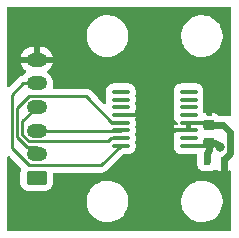
<source format=gbr>
%TF.GenerationSoftware,KiCad,Pcbnew,(6.0.9)*%
%TF.CreationDate,2023-01-09T21:32:37-09:00*%
%TF.ProjectId,ABSIS_Hall_Sensor,41425349-535f-4486-916c-6c5f53656e73,rev?*%
%TF.SameCoordinates,Original*%
%TF.FileFunction,Copper,L1,Top*%
%TF.FilePolarity,Positive*%
%FSLAX46Y46*%
G04 Gerber Fmt 4.6, Leading zero omitted, Abs format (unit mm)*
G04 Created by KiCad (PCBNEW (6.0.9)) date 2023-01-09 21:32:37*
%MOMM*%
%LPD*%
G01*
G04 APERTURE LIST*
G04 Aperture macros list*
%AMRoundRect*
0 Rectangle with rounded corners*
0 $1 Rounding radius*
0 $2 $3 $4 $5 $6 $7 $8 $9 X,Y pos of 4 corners*
0 Add a 4 corners polygon primitive as box body*
4,1,4,$2,$3,$4,$5,$6,$7,$8,$9,$2,$3,0*
0 Add four circle primitives for the rounded corners*
1,1,$1+$1,$2,$3*
1,1,$1+$1,$4,$5*
1,1,$1+$1,$6,$7*
1,1,$1+$1,$8,$9*
0 Add four rect primitives between the rounded corners*
20,1,$1+$1,$2,$3,$4,$5,0*
20,1,$1+$1,$4,$5,$6,$7,0*
20,1,$1+$1,$6,$7,$8,$9,0*
20,1,$1+$1,$8,$9,$2,$3,0*%
G04 Aperture macros list end*
%TA.AperFunction,ComponentPad*%
%ADD10O,1.750000X1.200000*%
%TD*%
%TA.AperFunction,ComponentPad*%
%ADD11RoundRect,0.249999X0.625001X-0.350001X0.625001X0.350001X-0.625001X0.350001X-0.625001X-0.350001X0*%
%TD*%
%TA.AperFunction,SMDPad,CuDef*%
%ADD12RoundRect,0.100000X-0.637500X-0.100000X0.637500X-0.100000X0.637500X0.100000X-0.637500X0.100000X0*%
%TD*%
%TA.AperFunction,SMDPad,CuDef*%
%ADD13R,0.600000X0.700000*%
%TD*%
%TA.AperFunction,SMDPad,CuDef*%
%ADD14RoundRect,0.225000X0.250000X-0.225000X0.250000X0.225000X-0.250000X0.225000X-0.250000X-0.225000X0*%
%TD*%
%TA.AperFunction,ViaPad*%
%ADD15C,0.800000*%
%TD*%
%TA.AperFunction,Conductor*%
%ADD16C,0.609600*%
%TD*%
%TA.AperFunction,Conductor*%
%ADD17C,0.304800*%
%TD*%
%TA.AperFunction,Conductor*%
%ADD18C,0.250000*%
%TD*%
G04 APERTURE END LIST*
D10*
%TO.P,J1,6*%
%TO.N,GND*%
X3000000Y-5000000D03*
%TO.P,J1,5*%
%TO.N,/CSN*%
X3000000Y-7000000D03*
%TO.P,J1,4*%
%TO.N,/SCK*%
X3000000Y-9000000D03*
%TO.P,J1,3*%
%TO.N,/MOSI*%
X3000000Y-11000000D03*
%TO.P,J1,2*%
%TO.N,/MISO*%
X3000000Y-13000000D03*
D11*
%TO.P,J1,1*%
%TO.N,+5V*%
X3000000Y-15000000D03*
%TD*%
D12*
%TO.P,U1,16*%
%TO.N,Net-(U1-Pad16)*%
X15862500Y-7725000D03*
%TO.P,U1,15*%
%TO.N,Net-(U1-Pad15)*%
X15862500Y-8375000D03*
%TO.P,U1,14*%
%TO.N,Net-(U1-Pad14)*%
X15862500Y-9025000D03*
%TO.P,U1,13*%
%TO.N,Net-(U1-Pad13)*%
X15862500Y-9675000D03*
%TO.P,U1,12*%
%TO.N,GND*%
X15862500Y-10325000D03*
%TO.P,U1,11*%
X15862500Y-10975000D03*
%TO.P,U1,10*%
%TO.N,Net-(U1-Pad10)*%
X15862500Y-11625000D03*
%TO.P,U1,9*%
%TO.N,+5V*%
X15862500Y-12275000D03*
%TO.P,U1,8*%
%TO.N,/CSN*%
X10137500Y-12275000D03*
%TO.P,U1,7*%
%TO.N,/SCK*%
X10137500Y-11625000D03*
%TO.P,U1,6*%
%TO.N,/MOSI*%
X10137500Y-10975000D03*
%TO.P,U1,5*%
%TO.N,/MISO*%
X10137500Y-10325000D03*
%TO.P,U1,4*%
%TO.N,GND*%
X10137500Y-9675000D03*
%TO.P,U1,3*%
%TO.N,Net-(U1-Pad3)*%
X10137500Y-9025000D03*
%TO.P,U1,2*%
%TO.N,Net-(U1-Pad2)*%
X10137500Y-8375000D03*
%TO.P,U1,1*%
%TO.N,Net-(U1-Pad1)*%
X10137500Y-7725000D03*
%TD*%
D13*
%TO.P,D1,1*%
%TO.N,+5V*%
X17428000Y-13556000D03*
%TO.P,D1,2*%
%TO.N,GND*%
X18828000Y-13556000D03*
%TD*%
D14*
%TO.P,C1,2*%
%TO.N,GND*%
X17620000Y-10495000D03*
%TO.P,C1,1*%
%TO.N,+5V*%
X17620000Y-12045000D03*
%TD*%
D15*
%TO.N,+5V*%
X18493190Y-12413000D03*
%TD*%
D16*
%TO.N,GND*%
X18828000Y-13556000D02*
X18828000Y-13491000D01*
X18828000Y-13491000D02*
X19398000Y-12921000D01*
X19398000Y-12921000D02*
X19398000Y-11143000D01*
X18750000Y-10495000D02*
X17620000Y-10495000D01*
X19398000Y-11143000D02*
X18750000Y-10495000D01*
D17*
X17450000Y-10325000D02*
X17620000Y-10495000D01*
X15862500Y-10325000D02*
X17450000Y-10325000D01*
X15862500Y-10975000D02*
X14359000Y-10975000D01*
X10137500Y-9675000D02*
X11722000Y-9675000D01*
D16*
X18828000Y-13556000D02*
X18828000Y-14761000D01*
%TO.N,+5V*%
X17428000Y-13556000D02*
X17428000Y-12859000D01*
X17620000Y-12667000D02*
X17620000Y-12045000D01*
X17428000Y-12859000D02*
X17620000Y-12667000D01*
X17620000Y-12045000D02*
X18125190Y-12045000D01*
X18125190Y-12045000D02*
X18493190Y-12413000D01*
D17*
X17390000Y-12275000D02*
X15862500Y-12275000D01*
X17620000Y-12045000D02*
X17390000Y-12275000D01*
D18*
%TO.N,/CSN*%
X8487490Y-13925010D02*
X10137500Y-12275000D01*
X899968Y-12483129D02*
X2341849Y-13925010D01*
X2341849Y-13925010D02*
X8487490Y-13925010D01*
X899968Y-7975032D02*
X899968Y-12483129D01*
X1875000Y-7000000D02*
X899968Y-7975032D01*
X3000000Y-7000000D02*
X1875000Y-7000000D01*
%TO.N,/SCK*%
X9028579Y-11925010D02*
X9328589Y-11625000D01*
X3000000Y-9000000D02*
X1799990Y-10200010D01*
X1799990Y-10200010D02*
X1799990Y-11383151D01*
X1799990Y-11383151D02*
X2341849Y-11925010D01*
X2341849Y-11925010D02*
X9028579Y-11925010D01*
X9328589Y-11625000D02*
X10137500Y-11625000D01*
%TO.N,/MOSI*%
X10112500Y-11000000D02*
X10137500Y-10975000D01*
X3000000Y-11000000D02*
X10112500Y-11000000D01*
%TO.N,/MISO*%
X7149990Y-8074990D02*
X9400000Y-10325000D01*
X2341849Y-8074990D02*
X7149990Y-8074990D01*
X9400000Y-10325000D02*
X10137500Y-10325000D01*
X1349979Y-9066860D02*
X2341849Y-8074990D01*
X1349979Y-11569551D02*
X1349979Y-9066860D01*
X2155449Y-12375021D02*
X1349979Y-11569551D01*
X3000000Y-12375021D02*
X2155449Y-12375021D01*
X3000000Y-13000000D02*
X3000000Y-12375021D01*
%TD*%
%TA.AperFunction,Conductor*%
%TO.N,GND*%
G36*
X19433621Y-528502D02*
G01*
X19480114Y-582158D01*
X19491500Y-634500D01*
X19491500Y-9620000D01*
X19471498Y-9688121D01*
X19417842Y-9734614D01*
X19365500Y-9746000D01*
X18434771Y-9746000D01*
X18366650Y-9725998D01*
X18345753Y-9709173D01*
X18332571Y-9696014D01*
X18321160Y-9687002D01*
X18188120Y-9604996D01*
X18174939Y-9598849D01*
X18026186Y-9549509D01*
X18012810Y-9546642D01*
X17921903Y-9537328D01*
X17915486Y-9537000D01*
X17892115Y-9537000D01*
X17876876Y-9541475D01*
X17875671Y-9542865D01*
X17874000Y-9550548D01*
X17874000Y-9620000D01*
X17853998Y-9688121D01*
X17800342Y-9734614D01*
X17748000Y-9746000D01*
X17492000Y-9746000D01*
X17423879Y-9725998D01*
X17377386Y-9672342D01*
X17366000Y-9620000D01*
X17366000Y-9555115D01*
X17361525Y-9539876D01*
X17360135Y-9538671D01*
X17352452Y-9537000D01*
X17324562Y-9537000D01*
X17318045Y-9537337D01*
X17233538Y-9546106D01*
X17163717Y-9533242D01*
X17111935Y-9484671D01*
X17095612Y-9437223D01*
X17093916Y-9424338D01*
X17093916Y-9424337D01*
X17092838Y-9416150D01*
X17085411Y-9398219D01*
X17077821Y-9327630D01*
X17085411Y-9301780D01*
X17089678Y-9291480D01*
X17089679Y-9291477D01*
X17092838Y-9283850D01*
X17108500Y-9164885D01*
X17108499Y-8885116D01*
X17102956Y-8843005D01*
X17093916Y-8774337D01*
X17093916Y-8774335D01*
X17092838Y-8766150D01*
X17085411Y-8748219D01*
X17077821Y-8677630D01*
X17085411Y-8651780D01*
X17089678Y-8641480D01*
X17089679Y-8641477D01*
X17092838Y-8633850D01*
X17108500Y-8514885D01*
X17108499Y-8235116D01*
X17092838Y-8116150D01*
X17085411Y-8098219D01*
X17077821Y-8027630D01*
X17085411Y-8001780D01*
X17089678Y-7991480D01*
X17089679Y-7991477D01*
X17092838Y-7983850D01*
X17108500Y-7864885D01*
X17108499Y-7585116D01*
X17103698Y-7548642D01*
X17093916Y-7474337D01*
X17093916Y-7474335D01*
X17092838Y-7466150D01*
X17031524Y-7318124D01*
X16973045Y-7241914D01*
X16939014Y-7197564D01*
X16939013Y-7197563D01*
X16933987Y-7191013D01*
X16927436Y-7185986D01*
X16927434Y-7185984D01*
X16870431Y-7142245D01*
X16806875Y-7093476D01*
X16658850Y-7032162D01*
X16650662Y-7031084D01*
X16543972Y-7017038D01*
X16543971Y-7017038D01*
X16539885Y-7016500D01*
X15862583Y-7016500D01*
X15185116Y-7016501D01*
X15181031Y-7017039D01*
X15181027Y-7017039D01*
X15074337Y-7031084D01*
X15074335Y-7031084D01*
X15066150Y-7032162D01*
X15012472Y-7054396D01*
X14925752Y-7090316D01*
X14925750Y-7090317D01*
X14918124Y-7093476D01*
X14791013Y-7191013D01*
X14785987Y-7197563D01*
X14785984Y-7197566D01*
X14751955Y-7241914D01*
X14693476Y-7318125D01*
X14632162Y-7466150D01*
X14616500Y-7585115D01*
X14616501Y-7864884D01*
X14632162Y-7983850D01*
X14639589Y-8001780D01*
X14647179Y-8072370D01*
X14639589Y-8098220D01*
X14635322Y-8108520D01*
X14635321Y-8108523D01*
X14632162Y-8116150D01*
X14616500Y-8235115D01*
X14616501Y-8514884D01*
X14632162Y-8633850D01*
X14639589Y-8651780D01*
X14647179Y-8722370D01*
X14639589Y-8748220D01*
X14635322Y-8758520D01*
X14635321Y-8758523D01*
X14632162Y-8766150D01*
X14616500Y-8885115D01*
X14616501Y-9164884D01*
X14617039Y-9168969D01*
X14617039Y-9168973D01*
X14629513Y-9263729D01*
X14632162Y-9283850D01*
X14639589Y-9301780D01*
X14647179Y-9372370D01*
X14639589Y-9398220D01*
X14635322Y-9408520D01*
X14635321Y-9408523D01*
X14632162Y-9416150D01*
X14616500Y-9535115D01*
X14616501Y-9814884D01*
X14617039Y-9818969D01*
X14617039Y-9818973D01*
X14629902Y-9916686D01*
X14632162Y-9933850D01*
X14635322Y-9941478D01*
X14639860Y-9952434D01*
X14647450Y-10023023D01*
X14639860Y-10048874D01*
X14635811Y-10058649D01*
X14631572Y-10074469D01*
X14627284Y-10107040D01*
X14629495Y-10121222D01*
X14642652Y-10125000D01*
X14664431Y-10125000D01*
X14732552Y-10145002D01*
X14764391Y-10174294D01*
X14791013Y-10208987D01*
X14797563Y-10214013D01*
X14908369Y-10299038D01*
X14950236Y-10356376D01*
X14954458Y-10427247D01*
X14919694Y-10489150D01*
X14856981Y-10522431D01*
X14831665Y-10525000D01*
X14643035Y-10525000D01*
X14629264Y-10529044D01*
X14627235Y-10542583D01*
X14631572Y-10575533D01*
X14635809Y-10591345D01*
X14640131Y-10601779D01*
X14647722Y-10672369D01*
X14640131Y-10698221D01*
X14635810Y-10708652D01*
X14631572Y-10724469D01*
X14627284Y-10757040D01*
X14629495Y-10771222D01*
X14642652Y-10775000D01*
X14831663Y-10775000D01*
X14899784Y-10795002D01*
X14946277Y-10848658D01*
X14956381Y-10918932D01*
X14926887Y-10983512D01*
X14908368Y-11000962D01*
X14791013Y-11091013D01*
X14785987Y-11097563D01*
X14764393Y-11125705D01*
X14707054Y-11167572D01*
X14664431Y-11175000D01*
X14643035Y-11175000D01*
X14629264Y-11179044D01*
X14627235Y-11192583D01*
X14631572Y-11225533D01*
X14635810Y-11241348D01*
X14639860Y-11251126D01*
X14647450Y-11321715D01*
X14639861Y-11347564D01*
X14632162Y-11366150D01*
X14616500Y-11485115D01*
X14616501Y-11764884D01*
X14632162Y-11883850D01*
X14639589Y-11901780D01*
X14647179Y-11972370D01*
X14639589Y-11998220D01*
X14635322Y-12008520D01*
X14635321Y-12008523D01*
X14632162Y-12016150D01*
X14616500Y-12135115D01*
X14616501Y-12414884D01*
X14632162Y-12533850D01*
X14693476Y-12681876D01*
X14698502Y-12688426D01*
X14785985Y-12802434D01*
X14791013Y-12808987D01*
X14797563Y-12814013D01*
X14797566Y-12814016D01*
X14835471Y-12843101D01*
X14918125Y-12906524D01*
X15066150Y-12967838D01*
X15074338Y-12968916D01*
X15181021Y-12982961D01*
X15185115Y-12983500D01*
X15286087Y-12983500D01*
X16488700Y-12983499D01*
X16556821Y-13003501D01*
X16603314Y-13057157D01*
X16614700Y-13109499D01*
X16614700Y-13601877D01*
X16615093Y-13605377D01*
X16618715Y-13637672D01*
X16619500Y-13651717D01*
X16619500Y-13954134D01*
X16626255Y-14016316D01*
X16677385Y-14152705D01*
X16764739Y-14269261D01*
X16881295Y-14356615D01*
X17017684Y-14407745D01*
X17079866Y-14414500D01*
X17776134Y-14414500D01*
X17838316Y-14407745D01*
X17974705Y-14356615D01*
X17992641Y-14343173D01*
X18059144Y-14318326D01*
X18068204Y-14318000D01*
X18188630Y-14318000D01*
X18256751Y-14338002D01*
X18264196Y-14343174D01*
X18274356Y-14350788D01*
X18289946Y-14359324D01*
X18410394Y-14404478D01*
X18425649Y-14408105D01*
X18476514Y-14413631D01*
X18483328Y-14414000D01*
X18555885Y-14414000D01*
X18571124Y-14409525D01*
X18580397Y-14398824D01*
X18604378Y-14354905D01*
X18666690Y-14320880D01*
X18693474Y-14318000D01*
X18964809Y-14318000D01*
X19032930Y-14338002D01*
X19079423Y-14391658D01*
X19085705Y-14408502D01*
X19086475Y-14411123D01*
X19087865Y-14412328D01*
X19095548Y-14413999D01*
X19172669Y-14413999D01*
X19179490Y-14413629D01*
X19230352Y-14408105D01*
X19245604Y-14404479D01*
X19321270Y-14376113D01*
X19392078Y-14370930D01*
X19454447Y-14404851D01*
X19488576Y-14467106D01*
X19491500Y-14494095D01*
X19491500Y-19365500D01*
X19471498Y-19433621D01*
X19417842Y-19480114D01*
X19365500Y-19491500D01*
X634500Y-19491500D01*
X566379Y-19471498D01*
X519886Y-19417842D01*
X508500Y-19365500D01*
X508500Y-17107655D01*
X7239858Y-17107655D01*
X7275104Y-17366638D01*
X7276412Y-17371124D01*
X7276412Y-17371126D01*
X7296098Y-17438664D01*
X7348243Y-17617567D01*
X7457668Y-17854928D01*
X7460231Y-17858837D01*
X7598410Y-18069596D01*
X7598414Y-18069601D01*
X7600976Y-18073509D01*
X7775018Y-18268506D01*
X7975970Y-18435637D01*
X7979973Y-18438066D01*
X8195422Y-18568804D01*
X8195426Y-18568806D01*
X8199419Y-18571229D01*
X8440455Y-18672303D01*
X8693783Y-18736641D01*
X8698434Y-18737109D01*
X8698438Y-18737110D01*
X8891308Y-18756531D01*
X8910867Y-18758500D01*
X9066354Y-18758500D01*
X9068679Y-18758327D01*
X9068685Y-18758327D01*
X9256000Y-18744407D01*
X9256004Y-18744406D01*
X9260652Y-18744061D01*
X9265200Y-18743032D01*
X9265206Y-18743031D01*
X9451601Y-18700853D01*
X9515577Y-18686377D01*
X9551769Y-18672303D01*
X9754824Y-18593340D01*
X9754827Y-18593339D01*
X9759177Y-18591647D01*
X9986098Y-18461951D01*
X10191357Y-18300138D01*
X10370443Y-18109763D01*
X10519424Y-17895009D01*
X10635025Y-17660593D01*
X10714707Y-17411665D01*
X10756721Y-17153693D01*
X10757324Y-17107655D01*
X15239858Y-17107655D01*
X15275104Y-17366638D01*
X15276412Y-17371124D01*
X15276412Y-17371126D01*
X15296098Y-17438664D01*
X15348243Y-17617567D01*
X15457668Y-17854928D01*
X15460231Y-17858837D01*
X15598410Y-18069596D01*
X15598414Y-18069601D01*
X15600976Y-18073509D01*
X15775018Y-18268506D01*
X15975970Y-18435637D01*
X15979973Y-18438066D01*
X16195422Y-18568804D01*
X16195426Y-18568806D01*
X16199419Y-18571229D01*
X16440455Y-18672303D01*
X16693783Y-18736641D01*
X16698434Y-18737109D01*
X16698438Y-18737110D01*
X16891308Y-18756531D01*
X16910867Y-18758500D01*
X17066354Y-18758500D01*
X17068679Y-18758327D01*
X17068685Y-18758327D01*
X17256000Y-18744407D01*
X17256004Y-18744406D01*
X17260652Y-18744061D01*
X17265200Y-18743032D01*
X17265206Y-18743031D01*
X17451601Y-18700853D01*
X17515577Y-18686377D01*
X17551769Y-18672303D01*
X17754824Y-18593340D01*
X17754827Y-18593339D01*
X17759177Y-18591647D01*
X17986098Y-18461951D01*
X18191357Y-18300138D01*
X18370443Y-18109763D01*
X18519424Y-17895009D01*
X18635025Y-17660593D01*
X18714707Y-17411665D01*
X18756721Y-17153693D01*
X18760142Y-16892345D01*
X18724896Y-16633362D01*
X18710473Y-16583877D01*
X18653068Y-16386932D01*
X18651757Y-16382433D01*
X18542332Y-16145072D01*
X18475979Y-16043867D01*
X18401590Y-15930404D01*
X18401586Y-15930399D01*
X18399024Y-15926491D01*
X18224982Y-15731494D01*
X18024030Y-15564363D01*
X17976844Y-15535730D01*
X17804578Y-15431196D01*
X17804574Y-15431194D01*
X17800581Y-15428771D01*
X17559545Y-15327697D01*
X17306217Y-15263359D01*
X17301566Y-15262891D01*
X17301562Y-15262890D01*
X17092271Y-15241816D01*
X17089133Y-15241500D01*
X16933646Y-15241500D01*
X16931321Y-15241673D01*
X16931315Y-15241673D01*
X16744000Y-15255593D01*
X16743996Y-15255594D01*
X16739348Y-15255939D01*
X16734800Y-15256968D01*
X16734794Y-15256969D01*
X16548399Y-15299147D01*
X16484423Y-15313623D01*
X16480071Y-15315315D01*
X16480069Y-15315316D01*
X16245176Y-15406660D01*
X16245173Y-15406661D01*
X16240823Y-15408353D01*
X16013902Y-15538049D01*
X15808643Y-15699862D01*
X15629557Y-15890237D01*
X15527258Y-16037699D01*
X15485261Y-16098238D01*
X15480576Y-16104991D01*
X15364975Y-16339407D01*
X15285293Y-16588335D01*
X15243279Y-16846307D01*
X15239858Y-17107655D01*
X10757324Y-17107655D01*
X10760142Y-16892345D01*
X10724896Y-16633362D01*
X10710473Y-16583877D01*
X10653068Y-16386932D01*
X10651757Y-16382433D01*
X10542332Y-16145072D01*
X10475979Y-16043867D01*
X10401590Y-15930404D01*
X10401586Y-15930399D01*
X10399024Y-15926491D01*
X10224982Y-15731494D01*
X10024030Y-15564363D01*
X9976844Y-15535730D01*
X9804578Y-15431196D01*
X9804574Y-15431194D01*
X9800581Y-15428771D01*
X9559545Y-15327697D01*
X9306217Y-15263359D01*
X9301566Y-15262891D01*
X9301562Y-15262890D01*
X9092271Y-15241816D01*
X9089133Y-15241500D01*
X8933646Y-15241500D01*
X8931321Y-15241673D01*
X8931315Y-15241673D01*
X8744000Y-15255593D01*
X8743996Y-15255594D01*
X8739348Y-15255939D01*
X8734800Y-15256968D01*
X8734794Y-15256969D01*
X8548399Y-15299147D01*
X8484423Y-15313623D01*
X8480071Y-15315315D01*
X8480069Y-15315316D01*
X8245176Y-15406660D01*
X8245173Y-15406661D01*
X8240823Y-15408353D01*
X8013902Y-15538049D01*
X7808643Y-15699862D01*
X7629557Y-15890237D01*
X7527258Y-16037699D01*
X7485261Y-16098238D01*
X7480576Y-16104991D01*
X7364975Y-16339407D01*
X7285293Y-16588335D01*
X7243279Y-16846307D01*
X7239858Y-17107655D01*
X508500Y-17107655D01*
X508500Y-13291755D01*
X528502Y-13223634D01*
X582158Y-13177141D01*
X652432Y-13167037D01*
X717012Y-13196531D01*
X723595Y-13202660D01*
X1675499Y-14154564D01*
X1709525Y-14216876D01*
X1704460Y-14287691D01*
X1693664Y-14309774D01*
X1682885Y-14327261D01*
X1680579Y-14334212D01*
X1680579Y-14334213D01*
X1639331Y-14458574D01*
X1627203Y-14495138D01*
X1626503Y-14501974D01*
X1626502Y-14501977D01*
X1622148Y-14544478D01*
X1616500Y-14599599D01*
X1616501Y-15400400D01*
X1627474Y-15506167D01*
X1629658Y-15512713D01*
X1680730Y-15665792D01*
X1683450Y-15673946D01*
X1776521Y-15824349D01*
X1901697Y-15949306D01*
X2052261Y-16042115D01*
X2132004Y-16068564D01*
X2213610Y-16095632D01*
X2213612Y-16095632D01*
X2220138Y-16097797D01*
X2226974Y-16098497D01*
X2226977Y-16098498D01*
X2270030Y-16102909D01*
X2324599Y-16108500D01*
X2994791Y-16108500D01*
X3675400Y-16108499D01*
X3781167Y-16097526D01*
X3940347Y-16044419D01*
X3942002Y-16043867D01*
X3942004Y-16043866D01*
X3948946Y-16041550D01*
X4099349Y-15948479D01*
X4224306Y-15823303D01*
X4317115Y-15672739D01*
X4360830Y-15540941D01*
X4370632Y-15511390D01*
X4370632Y-15511388D01*
X4372797Y-15504862D01*
X4383500Y-15400401D01*
X4383499Y-14684510D01*
X4403501Y-14616389D01*
X4457157Y-14569896D01*
X4509499Y-14558510D01*
X8408723Y-14558510D01*
X8419906Y-14559037D01*
X8427399Y-14560712D01*
X8435325Y-14560463D01*
X8435326Y-14560463D01*
X8495476Y-14558572D01*
X8499435Y-14558510D01*
X8527346Y-14558510D01*
X8531281Y-14558013D01*
X8531346Y-14558005D01*
X8543183Y-14557072D01*
X8575441Y-14556058D01*
X8579460Y-14555932D01*
X8587379Y-14555683D01*
X8606833Y-14550031D01*
X8626190Y-14546023D01*
X8638420Y-14544478D01*
X8638421Y-14544478D01*
X8646287Y-14543484D01*
X8653658Y-14540565D01*
X8653660Y-14540565D01*
X8687402Y-14527206D01*
X8698632Y-14523361D01*
X8733473Y-14513239D01*
X8733474Y-14513239D01*
X8741083Y-14511028D01*
X8747902Y-14506995D01*
X8747907Y-14506993D01*
X8758518Y-14500717D01*
X8776266Y-14492022D01*
X8795107Y-14484562D01*
X8830877Y-14458574D01*
X8840797Y-14452058D01*
X8872025Y-14433590D01*
X8872028Y-14433588D01*
X8878852Y-14429552D01*
X8893173Y-14415231D01*
X8908207Y-14402390D01*
X8918184Y-14395141D01*
X8924597Y-14390482D01*
X8952788Y-14356405D01*
X8960778Y-14347626D01*
X10288000Y-13020404D01*
X10350312Y-12986378D01*
X10377095Y-12983499D01*
X10814884Y-12983499D01*
X10818969Y-12982961D01*
X10818973Y-12982961D01*
X10925663Y-12968916D01*
X10925665Y-12968916D01*
X10933850Y-12967838D01*
X11007863Y-12937181D01*
X11074248Y-12909684D01*
X11074250Y-12909683D01*
X11081876Y-12906524D01*
X11156723Y-12849091D01*
X11202436Y-12814014D01*
X11202437Y-12814013D01*
X11208987Y-12808987D01*
X11214014Y-12802436D01*
X11214016Y-12802434D01*
X11257756Y-12745431D01*
X11306524Y-12681875D01*
X11367838Y-12533850D01*
X11383500Y-12414885D01*
X11383499Y-12135116D01*
X11367838Y-12016150D01*
X11360411Y-11998219D01*
X11352821Y-11927630D01*
X11360411Y-11901780D01*
X11364678Y-11891480D01*
X11364679Y-11891477D01*
X11367838Y-11883850D01*
X11383500Y-11764885D01*
X11383499Y-11485116D01*
X11367838Y-11366150D01*
X11360411Y-11348219D01*
X11352821Y-11277630D01*
X11360411Y-11251780D01*
X11364678Y-11241480D01*
X11364679Y-11241477D01*
X11367838Y-11233850D01*
X11383500Y-11114885D01*
X11383499Y-10835116D01*
X11378219Y-10795002D01*
X11368916Y-10724337D01*
X11368916Y-10724335D01*
X11367838Y-10716150D01*
X11360411Y-10698219D01*
X11352821Y-10627630D01*
X11360411Y-10601780D01*
X11360412Y-10601779D01*
X11367838Y-10583850D01*
X11376471Y-10518279D01*
X11382962Y-10468972D01*
X11382962Y-10468971D01*
X11383500Y-10464885D01*
X11383499Y-10185116D01*
X11382075Y-10174295D01*
X11368916Y-10074337D01*
X11368916Y-10074335D01*
X11367838Y-10066150D01*
X11360140Y-10047565D01*
X11352550Y-9976977D01*
X11360140Y-9951126D01*
X11364189Y-9941351D01*
X11368428Y-9925531D01*
X11372716Y-9892960D01*
X11370505Y-9878778D01*
X11357348Y-9875000D01*
X11335569Y-9875000D01*
X11267448Y-9854998D01*
X11235607Y-9825705D01*
X11208987Y-9791013D01*
X11188068Y-9774961D01*
X11146202Y-9717622D01*
X11141982Y-9646751D01*
X11176747Y-9584848D01*
X11188070Y-9575038D01*
X11202433Y-9564017D01*
X11202437Y-9564013D01*
X11208987Y-9558987D01*
X11235608Y-9524295D01*
X11292946Y-9482428D01*
X11335569Y-9475000D01*
X11356965Y-9475000D01*
X11370736Y-9470956D01*
X11372765Y-9457417D01*
X11368428Y-9424467D01*
X11364190Y-9408652D01*
X11360140Y-9398874D01*
X11352550Y-9328285D01*
X11360140Y-9302434D01*
X11364678Y-9291479D01*
X11364678Y-9291478D01*
X11367838Y-9283850D01*
X11383500Y-9164885D01*
X11383499Y-8885116D01*
X11377956Y-8843005D01*
X11368916Y-8774337D01*
X11368916Y-8774335D01*
X11367838Y-8766150D01*
X11360411Y-8748219D01*
X11352821Y-8677630D01*
X11360411Y-8651780D01*
X11364678Y-8641480D01*
X11364679Y-8641477D01*
X11367838Y-8633850D01*
X11383500Y-8514885D01*
X11383499Y-8235116D01*
X11367838Y-8116150D01*
X11360411Y-8098219D01*
X11352821Y-8027630D01*
X11360411Y-8001780D01*
X11364678Y-7991480D01*
X11364679Y-7991477D01*
X11367838Y-7983850D01*
X11383500Y-7864885D01*
X11383499Y-7585116D01*
X11378698Y-7548642D01*
X11368916Y-7474337D01*
X11368916Y-7474335D01*
X11367838Y-7466150D01*
X11306524Y-7318124D01*
X11248045Y-7241914D01*
X11214014Y-7197564D01*
X11214013Y-7197563D01*
X11208987Y-7191013D01*
X11202436Y-7185986D01*
X11202434Y-7185984D01*
X11145431Y-7142245D01*
X11081875Y-7093476D01*
X10933850Y-7032162D01*
X10925662Y-7031084D01*
X10818972Y-7017038D01*
X10818971Y-7017038D01*
X10814885Y-7016500D01*
X10137583Y-7016500D01*
X9460116Y-7016501D01*
X9456031Y-7017039D01*
X9456027Y-7017039D01*
X9349337Y-7031084D01*
X9349335Y-7031084D01*
X9341150Y-7032162D01*
X9287472Y-7054396D01*
X9200752Y-7090316D01*
X9200750Y-7090317D01*
X9193124Y-7093476D01*
X9066013Y-7191013D01*
X9060987Y-7197563D01*
X9060984Y-7197566D01*
X9026955Y-7241914D01*
X8968476Y-7318125D01*
X8907162Y-7466150D01*
X8891500Y-7585115D01*
X8891501Y-7864884D01*
X8907162Y-7983850D01*
X8914589Y-8001780D01*
X8922179Y-8072370D01*
X8914589Y-8098220D01*
X8910322Y-8108520D01*
X8910321Y-8108523D01*
X8907162Y-8116150D01*
X8891500Y-8235115D01*
X8891501Y-8514884D01*
X8892039Y-8518968D01*
X8892039Y-8518974D01*
X8904562Y-8614101D01*
X8893622Y-8684250D01*
X8846493Y-8737348D01*
X8778139Y-8756537D01*
X8710262Y-8735725D01*
X8690545Y-8719641D01*
X8210144Y-8239239D01*
X7653642Y-7682737D01*
X7646102Y-7674451D01*
X7641990Y-7667972D01*
X7592338Y-7621346D01*
X7589497Y-7618592D01*
X7569760Y-7598855D01*
X7566563Y-7596375D01*
X7557541Y-7588670D01*
X7525311Y-7558404D01*
X7518365Y-7554585D01*
X7518362Y-7554583D01*
X7507556Y-7548642D01*
X7491037Y-7537791D01*
X7490573Y-7537431D01*
X7475031Y-7525376D01*
X7467762Y-7522231D01*
X7467758Y-7522228D01*
X7434453Y-7507816D01*
X7423803Y-7502599D01*
X7385050Y-7481295D01*
X7365427Y-7476257D01*
X7346724Y-7469853D01*
X7335410Y-7464957D01*
X7335409Y-7464957D01*
X7328135Y-7461809D01*
X7320312Y-7460570D01*
X7320302Y-7460567D01*
X7284466Y-7454891D01*
X7272846Y-7452485D01*
X7237701Y-7443462D01*
X7237700Y-7443462D01*
X7230020Y-7441490D01*
X7209766Y-7441490D01*
X7190055Y-7439939D01*
X7177876Y-7438010D01*
X7170047Y-7436770D01*
X7162155Y-7437516D01*
X7126029Y-7440931D01*
X7114171Y-7441490D01*
X4472268Y-7441490D01*
X4404147Y-7421488D01*
X4357654Y-7367832D01*
X4347550Y-7297558D01*
X4353240Y-7274159D01*
X4354892Y-7269401D01*
X4354894Y-7269395D01*
X4356861Y-7263729D01*
X4366455Y-7197564D01*
X4386352Y-7060336D01*
X4386352Y-7060333D01*
X4387213Y-7054396D01*
X4377433Y-6843101D01*
X4327875Y-6637466D01*
X4240326Y-6444913D01*
X4117946Y-6272389D01*
X3965150Y-6126119D01*
X3960119Y-6122870D01*
X3960112Y-6122865D01*
X3932393Y-6104967D01*
X3886016Y-6051211D01*
X3876063Y-5980915D01*
X3905696Y-5916398D01*
X3922909Y-5900030D01*
X4037857Y-5809738D01*
X4046506Y-5801501D01*
X4177212Y-5650877D01*
X4184147Y-5641153D01*
X4284010Y-5468533D01*
X4288984Y-5457669D01*
X4354407Y-5269273D01*
X4354648Y-5268284D01*
X4353180Y-5257992D01*
X4339615Y-5254000D01*
X1664598Y-5254000D01*
X1651067Y-5257973D01*
X1649712Y-5267399D01*
X1671194Y-5356537D01*
X1675083Y-5367832D01*
X1757629Y-5549382D01*
X1763576Y-5559724D01*
X1878968Y-5722397D01*
X1886761Y-5731425D01*
X2030831Y-5869342D01*
X2040200Y-5876741D01*
X2067577Y-5894418D01*
X2113955Y-5948172D01*
X2123909Y-6018468D01*
X2094278Y-6082985D01*
X2077063Y-6099356D01*
X1957080Y-6193604D01*
X1888714Y-6272389D01*
X1838379Y-6330395D01*
X1778626Y-6368736D01*
X1776140Y-6369295D01*
X1775110Y-6369327D01*
X1757872Y-6374335D01*
X1755658Y-6374978D01*
X1736306Y-6378986D01*
X1724068Y-6380532D01*
X1724066Y-6380533D01*
X1716203Y-6381526D01*
X1675086Y-6397806D01*
X1663885Y-6401641D01*
X1621406Y-6413982D01*
X1614587Y-6418015D01*
X1614582Y-6418017D01*
X1603971Y-6424293D01*
X1586221Y-6432990D01*
X1567383Y-6440448D01*
X1560967Y-6445109D01*
X1560966Y-6445110D01*
X1531625Y-6466428D01*
X1521701Y-6472947D01*
X1490460Y-6491422D01*
X1490455Y-6491426D01*
X1483637Y-6495458D01*
X1469313Y-6509782D01*
X1454281Y-6522621D01*
X1437893Y-6534528D01*
X1409712Y-6568593D01*
X1401722Y-6577373D01*
X723595Y-7255500D01*
X661283Y-7289526D01*
X590468Y-7284461D01*
X533632Y-7241914D01*
X508821Y-7175394D01*
X508500Y-7166405D01*
X508500Y-4731716D01*
X1645352Y-4731716D01*
X1646820Y-4742008D01*
X1660385Y-4746000D01*
X2727885Y-4746000D01*
X2743124Y-4741525D01*
X2744329Y-4740135D01*
X2746000Y-4732452D01*
X2746000Y-4727885D01*
X3254000Y-4727885D01*
X3258475Y-4743124D01*
X3259865Y-4744329D01*
X3267548Y-4746000D01*
X4335402Y-4746000D01*
X4348933Y-4742027D01*
X4350288Y-4732601D01*
X4328806Y-4643463D01*
X4324917Y-4632168D01*
X4242371Y-4450618D01*
X4236424Y-4440276D01*
X4121032Y-4277603D01*
X4113239Y-4268575D01*
X3969169Y-4130658D01*
X3959804Y-4123262D01*
X3792259Y-4015079D01*
X3781655Y-4009583D01*
X3596688Y-3935039D01*
X3585230Y-3931645D01*
X3388072Y-3893143D01*
X3379209Y-3892066D01*
X3376500Y-3892000D01*
X3272115Y-3892000D01*
X3256876Y-3896475D01*
X3255671Y-3897865D01*
X3254000Y-3905548D01*
X3254000Y-4727885D01*
X2746000Y-4727885D01*
X2746000Y-3910115D01*
X2741525Y-3894876D01*
X2740135Y-3893671D01*
X2732452Y-3892000D01*
X2675168Y-3892000D01*
X2669192Y-3892285D01*
X2520506Y-3906471D01*
X2508772Y-3908730D01*
X2317401Y-3964872D01*
X2306325Y-3969302D01*
X2129022Y-4060619D01*
X2118976Y-4067069D01*
X1962143Y-4190262D01*
X1953494Y-4198499D01*
X1822788Y-4349123D01*
X1815853Y-4358847D01*
X1715990Y-4531467D01*
X1711016Y-4542331D01*
X1645593Y-4730727D01*
X1645352Y-4731716D01*
X508500Y-4731716D01*
X508500Y-3107655D01*
X7239858Y-3107655D01*
X7275104Y-3366638D01*
X7276412Y-3371124D01*
X7276412Y-3371126D01*
X7296098Y-3438664D01*
X7348243Y-3617567D01*
X7457668Y-3854928D01*
X7482017Y-3892066D01*
X7598410Y-4069596D01*
X7598414Y-4069601D01*
X7600976Y-4073509D01*
X7775018Y-4268506D01*
X7975970Y-4435637D01*
X7979973Y-4438066D01*
X8195422Y-4568804D01*
X8195426Y-4568806D01*
X8199419Y-4571229D01*
X8440455Y-4672303D01*
X8693783Y-4736641D01*
X8698434Y-4737109D01*
X8698438Y-4737110D01*
X8891308Y-4756531D01*
X8910867Y-4758500D01*
X9066354Y-4758500D01*
X9068679Y-4758327D01*
X9068685Y-4758327D01*
X9256000Y-4744407D01*
X9256004Y-4744406D01*
X9260652Y-4744061D01*
X9265200Y-4743032D01*
X9265206Y-4743031D01*
X9451601Y-4700853D01*
X9515577Y-4686377D01*
X9551769Y-4672303D01*
X9754824Y-4593340D01*
X9754827Y-4593339D01*
X9759177Y-4591647D01*
X9986098Y-4461951D01*
X10191357Y-4300138D01*
X10370443Y-4109763D01*
X10508945Y-3910115D01*
X10516759Y-3898851D01*
X10516761Y-3898848D01*
X10519424Y-3895009D01*
X10635025Y-3660593D01*
X10714707Y-3411665D01*
X10756721Y-3153693D01*
X10757324Y-3107655D01*
X15239858Y-3107655D01*
X15275104Y-3366638D01*
X15276412Y-3371124D01*
X15276412Y-3371126D01*
X15296098Y-3438664D01*
X15348243Y-3617567D01*
X15457668Y-3854928D01*
X15482017Y-3892066D01*
X15598410Y-4069596D01*
X15598414Y-4069601D01*
X15600976Y-4073509D01*
X15775018Y-4268506D01*
X15975970Y-4435637D01*
X15979973Y-4438066D01*
X16195422Y-4568804D01*
X16195426Y-4568806D01*
X16199419Y-4571229D01*
X16440455Y-4672303D01*
X16693783Y-4736641D01*
X16698434Y-4737109D01*
X16698438Y-4737110D01*
X16891308Y-4756531D01*
X16910867Y-4758500D01*
X17066354Y-4758500D01*
X17068679Y-4758327D01*
X17068685Y-4758327D01*
X17256000Y-4744407D01*
X17256004Y-4744406D01*
X17260652Y-4744061D01*
X17265200Y-4743032D01*
X17265206Y-4743031D01*
X17451601Y-4700853D01*
X17515577Y-4686377D01*
X17551769Y-4672303D01*
X17754824Y-4593340D01*
X17754827Y-4593339D01*
X17759177Y-4591647D01*
X17986098Y-4461951D01*
X18191357Y-4300138D01*
X18370443Y-4109763D01*
X18508945Y-3910115D01*
X18516759Y-3898851D01*
X18516761Y-3898848D01*
X18519424Y-3895009D01*
X18635025Y-3660593D01*
X18714707Y-3411665D01*
X18756721Y-3153693D01*
X18760142Y-2892345D01*
X18724896Y-2633362D01*
X18710473Y-2583877D01*
X18653068Y-2386932D01*
X18651757Y-2382433D01*
X18542332Y-2145072D01*
X18509519Y-2095024D01*
X18401590Y-1930404D01*
X18401586Y-1930399D01*
X18399024Y-1926491D01*
X18224982Y-1731494D01*
X18024030Y-1564363D01*
X17976844Y-1535730D01*
X17804578Y-1431196D01*
X17804574Y-1431194D01*
X17800581Y-1428771D01*
X17559545Y-1327697D01*
X17306217Y-1263359D01*
X17301566Y-1262891D01*
X17301562Y-1262890D01*
X17092271Y-1241816D01*
X17089133Y-1241500D01*
X16933646Y-1241500D01*
X16931321Y-1241673D01*
X16931315Y-1241673D01*
X16744000Y-1255593D01*
X16743996Y-1255594D01*
X16739348Y-1255939D01*
X16734800Y-1256968D01*
X16734794Y-1256969D01*
X16548399Y-1299147D01*
X16484423Y-1313623D01*
X16480071Y-1315315D01*
X16480069Y-1315316D01*
X16245176Y-1406660D01*
X16245173Y-1406661D01*
X16240823Y-1408353D01*
X16013902Y-1538049D01*
X15808643Y-1699862D01*
X15629557Y-1890237D01*
X15480576Y-2104991D01*
X15364975Y-2339407D01*
X15285293Y-2588335D01*
X15243279Y-2846307D01*
X15239858Y-3107655D01*
X10757324Y-3107655D01*
X10760142Y-2892345D01*
X10724896Y-2633362D01*
X10710473Y-2583877D01*
X10653068Y-2386932D01*
X10651757Y-2382433D01*
X10542332Y-2145072D01*
X10509519Y-2095024D01*
X10401590Y-1930404D01*
X10401586Y-1930399D01*
X10399024Y-1926491D01*
X10224982Y-1731494D01*
X10024030Y-1564363D01*
X9976844Y-1535730D01*
X9804578Y-1431196D01*
X9804574Y-1431194D01*
X9800581Y-1428771D01*
X9559545Y-1327697D01*
X9306217Y-1263359D01*
X9301566Y-1262891D01*
X9301562Y-1262890D01*
X9092271Y-1241816D01*
X9089133Y-1241500D01*
X8933646Y-1241500D01*
X8931321Y-1241673D01*
X8931315Y-1241673D01*
X8744000Y-1255593D01*
X8743996Y-1255594D01*
X8739348Y-1255939D01*
X8734800Y-1256968D01*
X8734794Y-1256969D01*
X8548399Y-1299147D01*
X8484423Y-1313623D01*
X8480071Y-1315315D01*
X8480069Y-1315316D01*
X8245176Y-1406660D01*
X8245173Y-1406661D01*
X8240823Y-1408353D01*
X8013902Y-1538049D01*
X7808643Y-1699862D01*
X7629557Y-1890237D01*
X7480576Y-2104991D01*
X7364975Y-2339407D01*
X7285293Y-2588335D01*
X7243279Y-2846307D01*
X7239858Y-3107655D01*
X508500Y-3107655D01*
X508500Y-634500D01*
X528502Y-566379D01*
X582158Y-519886D01*
X634500Y-508500D01*
X19365500Y-508500D01*
X19433621Y-528502D01*
G37*
%TD.AperFunction*%
%TA.AperFunction,Conductor*%
G36*
X16007992Y-10403501D02*
G01*
X16054485Y-10457156D01*
X16064590Y-10527430D01*
X16062993Y-10536282D01*
X16062500Y-10538548D01*
X16062500Y-10790500D01*
X16042498Y-10858621D01*
X15988842Y-10905114D01*
X15936500Y-10916500D01*
X15785128Y-10916500D01*
X15717007Y-10896498D01*
X15670514Y-10842842D01*
X15660410Y-10772568D01*
X15662008Y-10763715D01*
X15662500Y-10761453D01*
X15662500Y-10525000D01*
X15663052Y-10525000D01*
X15663053Y-10474000D01*
X15701438Y-10414275D01*
X15766019Y-10384782D01*
X15783948Y-10383500D01*
X15861833Y-10383500D01*
X15939873Y-10383499D01*
X16007992Y-10403501D01*
G37*
%TD.AperFunction*%
%TD*%
M02*

</source>
